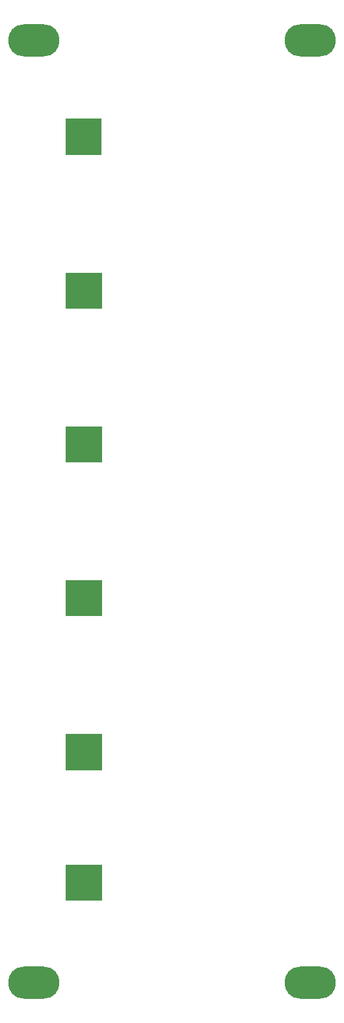
<source format=gbs>
G04 #@! TF.GenerationSoftware,KiCad,Pcbnew,8.0.6-8.0.6-0~ubuntu22.04.1*
G04 #@! TF.CreationDate,2025-02-02T12:48:30+01:00*
G04 #@! TF.ProjectId,Drumbox,4472756d-626f-4782-9e6b-696361645f70,rev?*
G04 #@! TF.SameCoordinates,Original*
G04 #@! TF.FileFunction,Soldermask,Bot*
G04 #@! TF.FilePolarity,Negative*
%FSLAX46Y46*%
G04 Gerber Fmt 4.6, Leading zero omitted, Abs format (unit mm)*
G04 Created by KiCad (PCBNEW 8.0.6-8.0.6-0~ubuntu22.04.1) date 2025-02-02 12:48:30*
%MOMM*%
%LPD*%
G01*
G04 APERTURE LIST*
%ADD10C,0.100000*%
%ADD11O,6.700000X4.200000*%
G04 APERTURE END LIST*
D10*
X186100000Y-42600000D02*
X181500000Y-42600000D01*
X181500000Y-38000000D01*
X186100000Y-38000000D01*
X186100000Y-42600000D01*
G36*
X186100000Y-42600000D02*
G01*
X181500000Y-42600000D01*
X181500000Y-38000000D01*
X186100000Y-38000000D01*
X186100000Y-42600000D01*
G37*
X186150000Y-139600000D02*
X181550000Y-139600000D01*
X181550000Y-135000000D01*
X186150000Y-135000000D01*
X186150000Y-139600000D01*
G36*
X186150000Y-139600000D02*
G01*
X181550000Y-139600000D01*
X181550000Y-135000000D01*
X186150000Y-135000000D01*
X186150000Y-139600000D01*
G37*
X186150000Y-82600000D02*
X181550000Y-82600000D01*
X181550000Y-78000000D01*
X186150000Y-78000000D01*
X186150000Y-82600000D01*
G36*
X186150000Y-82600000D02*
G01*
X181550000Y-82600000D01*
X181550000Y-78000000D01*
X186150000Y-78000000D01*
X186150000Y-82600000D01*
G37*
X186150000Y-62600000D02*
X181550000Y-62600000D01*
X181550000Y-58000000D01*
X186150000Y-58000000D01*
X186150000Y-62600000D01*
G36*
X186150000Y-62600000D02*
G01*
X181550000Y-62600000D01*
X181550000Y-58000000D01*
X186150000Y-58000000D01*
X186150000Y-62600000D01*
G37*
X186150000Y-122600000D02*
X181550000Y-122600000D01*
X181550000Y-118000000D01*
X186150000Y-118000000D01*
X186150000Y-122600000D01*
G36*
X186150000Y-122600000D02*
G01*
X181550000Y-122600000D01*
X181550000Y-118000000D01*
X186150000Y-118000000D01*
X186150000Y-122600000D01*
G37*
X186150000Y-102600000D02*
X181550000Y-102600000D01*
X181550000Y-98000000D01*
X186150000Y-98000000D01*
X186150000Y-102600000D01*
G36*
X186150000Y-102600000D02*
G01*
X181550000Y-102600000D01*
X181550000Y-98000000D01*
X186150000Y-98000000D01*
X186150000Y-102600000D01*
G37*
D11*
X177400000Y-27800000D03*
X213400000Y-27800000D03*
X177400000Y-150300000D03*
X213400000Y-150300000D03*
M02*

</source>
